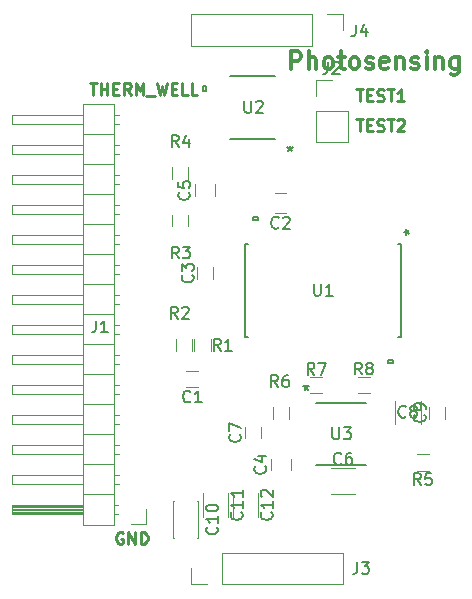
<source format=gto>
%TF.GenerationSoftware,KiCad,Pcbnew,(5.1.6-0-10_14)*%
%TF.CreationDate,2020-09-14T13:46:36+09:00*%
%TF.ProjectId,qPCR-photosensing,71504352-2d70-4686-9f74-6f73656e7369,rev?*%
%TF.SameCoordinates,Original*%
%TF.FileFunction,Legend,Top*%
%TF.FilePolarity,Positive*%
%FSLAX46Y46*%
G04 Gerber Fmt 4.6, Leading zero omitted, Abs format (unit mm)*
G04 Created by KiCad (PCBNEW (5.1.6-0-10_14)) date 2020-09-14 13:46:36*
%MOMM*%
%LPD*%
G01*
G04 APERTURE LIST*
%ADD10C,0.250000*%
%ADD11C,0.300000*%
%ADD12C,0.120000*%
%ADD13C,0.152400*%
%ADD14C,0.150000*%
G04 APERTURE END LIST*
D10*
X105789671Y-69444620D02*
X106361100Y-69444620D01*
X106075385Y-70444620D02*
X106075385Y-69444620D01*
X106694433Y-69920811D02*
X107027766Y-69920811D01*
X107170623Y-70444620D02*
X106694433Y-70444620D01*
X106694433Y-69444620D01*
X107170623Y-69444620D01*
X107551576Y-70397001D02*
X107694433Y-70444620D01*
X107932528Y-70444620D01*
X108027766Y-70397001D01*
X108075385Y-70349382D01*
X108123004Y-70254144D01*
X108123004Y-70158906D01*
X108075385Y-70063668D01*
X108027766Y-70016049D01*
X107932528Y-69968430D01*
X107742052Y-69920811D01*
X107646814Y-69873192D01*
X107599195Y-69825573D01*
X107551576Y-69730335D01*
X107551576Y-69635097D01*
X107599195Y-69539859D01*
X107646814Y-69492240D01*
X107742052Y-69444620D01*
X107980147Y-69444620D01*
X108123004Y-69492240D01*
X108408719Y-69444620D02*
X108980147Y-69444620D01*
X108694433Y-70444620D02*
X108694433Y-69444620D01*
X109837290Y-70444620D02*
X109265861Y-70444620D01*
X109551576Y-70444620D02*
X109551576Y-69444620D01*
X109456338Y-69587478D01*
X109361100Y-69682716D01*
X109265861Y-69730335D01*
X105789671Y-71984620D02*
X106361100Y-71984620D01*
X106075385Y-72984620D02*
X106075385Y-71984620D01*
X106694433Y-72460811D02*
X107027766Y-72460811D01*
X107170623Y-72984620D02*
X106694433Y-72984620D01*
X106694433Y-71984620D01*
X107170623Y-71984620D01*
X107551576Y-72937001D02*
X107694433Y-72984620D01*
X107932528Y-72984620D01*
X108027766Y-72937001D01*
X108075385Y-72889382D01*
X108123004Y-72794144D01*
X108123004Y-72698906D01*
X108075385Y-72603668D01*
X108027766Y-72556049D01*
X107932528Y-72508430D01*
X107742052Y-72460811D01*
X107646814Y-72413192D01*
X107599195Y-72365573D01*
X107551576Y-72270335D01*
X107551576Y-72175097D01*
X107599195Y-72079859D01*
X107646814Y-72032240D01*
X107742052Y-71984620D01*
X107980147Y-71984620D01*
X108123004Y-72032240D01*
X108408719Y-71984620D02*
X108980147Y-71984620D01*
X108694433Y-72984620D02*
X108694433Y-71984620D01*
X109265861Y-72079859D02*
X109313480Y-72032240D01*
X109408719Y-71984620D01*
X109646814Y-71984620D01*
X109742052Y-72032240D01*
X109789671Y-72079859D01*
X109837290Y-72175097D01*
X109837290Y-72270335D01*
X109789671Y-72413192D01*
X109218242Y-72984620D01*
X109837290Y-72984620D01*
X86017195Y-106969940D02*
X85921957Y-106922320D01*
X85779100Y-106922320D01*
X85636242Y-106969940D01*
X85541004Y-107065178D01*
X85493385Y-107160416D01*
X85445766Y-107350892D01*
X85445766Y-107493749D01*
X85493385Y-107684225D01*
X85541004Y-107779463D01*
X85636242Y-107874701D01*
X85779100Y-107922320D01*
X85874338Y-107922320D01*
X86017195Y-107874701D01*
X86064814Y-107827082D01*
X86064814Y-107493749D01*
X85874338Y-107493749D01*
X86493385Y-107922320D02*
X86493385Y-106922320D01*
X87064814Y-107922320D01*
X87064814Y-106922320D01*
X87541004Y-107922320D02*
X87541004Y-106922320D01*
X87779100Y-106922320D01*
X87921957Y-106969940D01*
X88017195Y-107065178D01*
X88064814Y-107160416D01*
X88112433Y-107350892D01*
X88112433Y-107493749D01*
X88064814Y-107684225D01*
X88017195Y-107779463D01*
X87921957Y-107874701D01*
X87779100Y-107922320D01*
X87541004Y-107922320D01*
X83242400Y-68901060D02*
X83813829Y-68901060D01*
X83528115Y-69901060D02*
X83528115Y-68901060D01*
X84147162Y-69901060D02*
X84147162Y-68901060D01*
X84147162Y-69377251D02*
X84718591Y-69377251D01*
X84718591Y-69901060D02*
X84718591Y-68901060D01*
X85194781Y-69377251D02*
X85528115Y-69377251D01*
X85670972Y-69901060D02*
X85194781Y-69901060D01*
X85194781Y-68901060D01*
X85670972Y-68901060D01*
X86670972Y-69901060D02*
X86337639Y-69424870D01*
X86099543Y-69901060D02*
X86099543Y-68901060D01*
X86480496Y-68901060D01*
X86575734Y-68948680D01*
X86623353Y-68996299D01*
X86670972Y-69091537D01*
X86670972Y-69234394D01*
X86623353Y-69329632D01*
X86575734Y-69377251D01*
X86480496Y-69424870D01*
X86099543Y-69424870D01*
X87099543Y-69901060D02*
X87099543Y-68901060D01*
X87432877Y-69615346D01*
X87766210Y-68901060D01*
X87766210Y-69901060D01*
X88004305Y-69996299D02*
X88766210Y-69996299D01*
X88909067Y-68901060D02*
X89147162Y-69901060D01*
X89337639Y-69186775D01*
X89528115Y-69901060D01*
X89766210Y-68901060D01*
X90147162Y-69377251D02*
X90480496Y-69377251D01*
X90623353Y-69901060D02*
X90147162Y-69901060D01*
X90147162Y-68901060D01*
X90623353Y-68901060D01*
X91528115Y-69901060D02*
X91051924Y-69901060D01*
X91051924Y-68901060D01*
X92337639Y-69901060D02*
X91861448Y-69901060D01*
X91861448Y-68901060D01*
D11*
X100240877Y-67726951D02*
X100240877Y-66226951D01*
X100812305Y-66226951D01*
X100955162Y-66298380D01*
X101026591Y-66369808D01*
X101098020Y-66512665D01*
X101098020Y-66726951D01*
X101026591Y-66869808D01*
X100955162Y-66941237D01*
X100812305Y-67012665D01*
X100240877Y-67012665D01*
X101740877Y-67726951D02*
X101740877Y-66226951D01*
X102383734Y-67726951D02*
X102383734Y-66941237D01*
X102312305Y-66798380D01*
X102169448Y-66726951D01*
X101955162Y-66726951D01*
X101812305Y-66798380D01*
X101740877Y-66869808D01*
X103312305Y-67726951D02*
X103169448Y-67655522D01*
X103098020Y-67584094D01*
X103026591Y-67441237D01*
X103026591Y-67012665D01*
X103098020Y-66869808D01*
X103169448Y-66798380D01*
X103312305Y-66726951D01*
X103526591Y-66726951D01*
X103669448Y-66798380D01*
X103740877Y-66869808D01*
X103812305Y-67012665D01*
X103812305Y-67441237D01*
X103740877Y-67584094D01*
X103669448Y-67655522D01*
X103526591Y-67726951D01*
X103312305Y-67726951D01*
X104240877Y-66726951D02*
X104812305Y-66726951D01*
X104455162Y-66226951D02*
X104455162Y-67512665D01*
X104526591Y-67655522D01*
X104669448Y-67726951D01*
X104812305Y-67726951D01*
X105526591Y-67726951D02*
X105383734Y-67655522D01*
X105312305Y-67584094D01*
X105240877Y-67441237D01*
X105240877Y-67012665D01*
X105312305Y-66869808D01*
X105383734Y-66798380D01*
X105526591Y-66726951D01*
X105740877Y-66726951D01*
X105883734Y-66798380D01*
X105955162Y-66869808D01*
X106026591Y-67012665D01*
X106026591Y-67441237D01*
X105955162Y-67584094D01*
X105883734Y-67655522D01*
X105740877Y-67726951D01*
X105526591Y-67726951D01*
X106598020Y-67655522D02*
X106740877Y-67726951D01*
X107026591Y-67726951D01*
X107169448Y-67655522D01*
X107240877Y-67512665D01*
X107240877Y-67441237D01*
X107169448Y-67298380D01*
X107026591Y-67226951D01*
X106812305Y-67226951D01*
X106669448Y-67155522D01*
X106598020Y-67012665D01*
X106598020Y-66941237D01*
X106669448Y-66798380D01*
X106812305Y-66726951D01*
X107026591Y-66726951D01*
X107169448Y-66798380D01*
X108455162Y-67655522D02*
X108312305Y-67726951D01*
X108026591Y-67726951D01*
X107883734Y-67655522D01*
X107812305Y-67512665D01*
X107812305Y-66941237D01*
X107883734Y-66798380D01*
X108026591Y-66726951D01*
X108312305Y-66726951D01*
X108455162Y-66798380D01*
X108526591Y-66941237D01*
X108526591Y-67084094D01*
X107812305Y-67226951D01*
X109169448Y-66726951D02*
X109169448Y-67726951D01*
X109169448Y-66869808D02*
X109240877Y-66798380D01*
X109383734Y-66726951D01*
X109598020Y-66726951D01*
X109740877Y-66798380D01*
X109812305Y-66941237D01*
X109812305Y-67726951D01*
X110455162Y-67655522D02*
X110598020Y-67726951D01*
X110883734Y-67726951D01*
X111026591Y-67655522D01*
X111098020Y-67512665D01*
X111098020Y-67441237D01*
X111026591Y-67298380D01*
X110883734Y-67226951D01*
X110669448Y-67226951D01*
X110526591Y-67155522D01*
X110455162Y-67012665D01*
X110455162Y-66941237D01*
X110526591Y-66798380D01*
X110669448Y-66726951D01*
X110883734Y-66726951D01*
X111026591Y-66798380D01*
X111740877Y-67726951D02*
X111740877Y-66726951D01*
X111740877Y-66226951D02*
X111669448Y-66298380D01*
X111740877Y-66369808D01*
X111812305Y-66298380D01*
X111740877Y-66226951D01*
X111740877Y-66369808D01*
X112455162Y-66726951D02*
X112455162Y-67726951D01*
X112455162Y-66869808D02*
X112526591Y-66798380D01*
X112669448Y-66726951D01*
X112883734Y-66726951D01*
X113026591Y-66798380D01*
X113098020Y-66941237D01*
X113098020Y-67726951D01*
X114455162Y-66726951D02*
X114455162Y-67941237D01*
X114383734Y-68084094D01*
X114312305Y-68155522D01*
X114169448Y-68226951D01*
X113955162Y-68226951D01*
X113812305Y-68155522D01*
X114455162Y-67655522D02*
X114312305Y-67726951D01*
X114026591Y-67726951D01*
X113883734Y-67655522D01*
X113812305Y-67584094D01*
X113740877Y-67441237D01*
X113740877Y-67012665D01*
X113812305Y-66869808D01*
X113883734Y-66798380D01*
X114026591Y-66726951D01*
X114312305Y-66726951D01*
X114455162Y-66798380D01*
D12*
%TO.C,C1*%
X91400000Y-93320000D02*
X92400000Y-93320000D01*
X92400000Y-94680000D02*
X91400000Y-94680000D01*
%TO.C,C8*%
X111233000Y-95821500D02*
X111233000Y-97821500D01*
X109093000Y-97821500D02*
X109093000Y-95821500D01*
%TO.C,J3*%
X91808000Y-111330000D02*
X91808000Y-110000000D01*
X93138000Y-111330000D02*
X91808000Y-111330000D01*
X94408000Y-111330000D02*
X94408000Y-108670000D01*
X94408000Y-108670000D02*
X104628000Y-108670000D01*
X94408000Y-111330000D02*
X104628000Y-111330000D01*
X104628000Y-111330000D02*
X104628000Y-108670000D01*
%TO.C,J4*%
X91808000Y-63110000D02*
X91808000Y-65770000D01*
X102028000Y-63110000D02*
X91808000Y-63110000D01*
X102028000Y-65770000D02*
X91808000Y-65770000D01*
X102028000Y-63110000D02*
X102028000Y-65770000D01*
X103298000Y-63110000D02*
X104628000Y-63110000D01*
X104628000Y-63110000D02*
X104628000Y-64440000D01*
%TO.C,R1*%
X92085600Y-91600000D02*
X92085600Y-90600000D01*
X93445600Y-90600000D02*
X93445600Y-91600000D01*
%TO.C,R2*%
X90510800Y-91600000D02*
X90510800Y-90600000D01*
X91870800Y-90600000D02*
X91870800Y-91600000D01*
%TO.C,R3*%
X91555100Y-80057800D02*
X91555100Y-81057800D01*
X90195100Y-81057800D02*
X90195100Y-80057800D01*
%TO.C,R4*%
X91555100Y-76019200D02*
X91555100Y-77019200D01*
X90195100Y-77019200D02*
X90195100Y-76019200D01*
%TO.C,R5*%
X110900000Y-100364000D02*
X111900000Y-100364000D01*
X111900000Y-101724000D02*
X110900000Y-101724000D01*
%TO.C,R6*%
X98764300Y-97378900D02*
X98764300Y-96378900D01*
X100124300Y-96378900D02*
X100124300Y-97378900D01*
%TO.C,R7*%
X101891000Y-93785900D02*
X102891000Y-93785900D01*
X102891000Y-95145900D02*
X101891000Y-95145900D01*
%TO.C,R8*%
X105922000Y-93785900D02*
X106922000Y-93785900D01*
X106922000Y-95145900D02*
X105922000Y-95145900D01*
D13*
%TO.C,U1*%
X96340600Y-82530700D02*
X96340600Y-90379300D01*
X96340600Y-90379300D02*
X96642860Y-90379300D01*
X109599400Y-90379300D02*
X109599400Y-82530700D01*
X109599400Y-82530700D02*
X109297140Y-82530700D01*
X96642860Y-82530700D02*
X96340600Y-82530700D01*
X109297140Y-90379300D02*
X109599400Y-90379300D01*
X97445500Y-80270100D02*
X97064500Y-80270100D01*
X97064500Y-80270100D02*
X97064500Y-80524100D01*
X97064500Y-80524100D02*
X97445500Y-80524100D01*
X97445500Y-80524100D02*
X97445500Y-80270100D01*
X108875500Y-92639900D02*
X108494500Y-92639900D01*
X108494500Y-92639900D02*
X108494500Y-92385900D01*
X108494500Y-92385900D02*
X108875500Y-92385900D01*
X108875500Y-92385900D02*
X108875500Y-92639900D01*
%TO.C,U2*%
X98941024Y-68320300D02*
X95058976Y-68320300D01*
X95058976Y-73679700D02*
X98941024Y-73679700D01*
X92834400Y-69565499D02*
X92834400Y-69184499D01*
X92834400Y-69184499D02*
X93088400Y-69184499D01*
X93088400Y-69184499D02*
X93088400Y-69565499D01*
X93088400Y-69565499D02*
X92834400Y-69565499D01*
%TO.C,U3*%
X102403100Y-101235000D02*
X106644900Y-101235000D01*
X106644900Y-95977200D02*
X102403100Y-95977200D01*
D12*
%TO.C,C2*%
X98870800Y-79888200D02*
X99870800Y-79888200D01*
X99870800Y-78188200D02*
X98870800Y-78188200D01*
%TO.C,C3*%
X93680000Y-84500000D02*
X93680000Y-85500000D01*
X92320000Y-85500000D02*
X92320000Y-84500000D01*
%TO.C,C4*%
X100294300Y-101705000D02*
X100294300Y-100705000D01*
X98594300Y-100705000D02*
X98594300Y-101705000D01*
%TO.C,C5*%
X92150000Y-77500000D02*
X92150000Y-78500000D01*
X93850000Y-78500000D02*
X93850000Y-77500000D01*
%TO.C,C6*%
X105669000Y-103689000D02*
X103669000Y-103689000D01*
X103669000Y-101549000D02*
X105669000Y-101549000D01*
%TO.C,C7*%
X96320000Y-99000000D02*
X96320000Y-98000000D01*
X97680000Y-98000000D02*
X97680000Y-99000000D01*
%TO.C,C9*%
X113332000Y-96321500D02*
X113332000Y-97321500D01*
X111972000Y-97321500D02*
X111972000Y-96321500D01*
%TO.C,C10*%
X92373000Y-104313000D02*
X92373000Y-107433000D01*
X90253000Y-104313000D02*
X90253000Y-107433000D01*
X92373000Y-104313000D02*
X92309000Y-104313000D01*
X90317000Y-104313000D02*
X90253000Y-104313000D01*
X92373000Y-107433000D02*
X92309000Y-107433000D01*
X90317000Y-107433000D02*
X90253000Y-107433000D01*
%TO.C,C11*%
X94923000Y-103623000D02*
X94923000Y-105623000D01*
X92783000Y-105623000D02*
X92783000Y-103623000D01*
%TO.C,C12*%
X95323000Y-105623000D02*
X95323000Y-103623000D01*
X97463000Y-103623000D02*
X97463000Y-105623000D01*
%TO.C,J1*%
X85290000Y-106330000D02*
X85290000Y-70650000D01*
X85290000Y-70650000D02*
X82630000Y-70650000D01*
X82630000Y-70650000D02*
X82630000Y-106330000D01*
X82630000Y-106330000D02*
X85290000Y-106330000D01*
X82630000Y-105380000D02*
X76630000Y-105380000D01*
X76630000Y-105380000D02*
X76630000Y-104620000D01*
X76630000Y-104620000D02*
X82630000Y-104620000D01*
X82630000Y-105320000D02*
X76630000Y-105320000D01*
X82630000Y-105200000D02*
X76630000Y-105200000D01*
X82630000Y-105080000D02*
X76630000Y-105080000D01*
X82630000Y-104960000D02*
X76630000Y-104960000D01*
X82630000Y-104840000D02*
X76630000Y-104840000D01*
X82630000Y-104720000D02*
X76630000Y-104720000D01*
X85620000Y-105380000D02*
X85290000Y-105380000D01*
X85620000Y-104620000D02*
X85290000Y-104620000D01*
X85290000Y-103730000D02*
X82630000Y-103730000D01*
X82630000Y-102840000D02*
X76630000Y-102840000D01*
X76630000Y-102840000D02*
X76630000Y-102080000D01*
X76630000Y-102080000D02*
X82630000Y-102080000D01*
X85687071Y-102840000D02*
X85290000Y-102840000D01*
X85687071Y-102080000D02*
X85290000Y-102080000D01*
X85290000Y-101190000D02*
X82630000Y-101190000D01*
X82630000Y-100300000D02*
X76630000Y-100300000D01*
X76630000Y-100300000D02*
X76630000Y-99540000D01*
X76630000Y-99540000D02*
X82630000Y-99540000D01*
X85687071Y-100300000D02*
X85290000Y-100300000D01*
X85687071Y-99540000D02*
X85290000Y-99540000D01*
X85290000Y-98650000D02*
X82630000Y-98650000D01*
X82630000Y-97760000D02*
X76630000Y-97760000D01*
X76630000Y-97760000D02*
X76630000Y-97000000D01*
X76630000Y-97000000D02*
X82630000Y-97000000D01*
X85687071Y-97760000D02*
X85290000Y-97760000D01*
X85687071Y-97000000D02*
X85290000Y-97000000D01*
X85290000Y-96110000D02*
X82630000Y-96110000D01*
X82630000Y-95220000D02*
X76630000Y-95220000D01*
X76630000Y-95220000D02*
X76630000Y-94460000D01*
X76630000Y-94460000D02*
X82630000Y-94460000D01*
X85687071Y-95220000D02*
X85290000Y-95220000D01*
X85687071Y-94460000D02*
X85290000Y-94460000D01*
X85290000Y-93570000D02*
X82630000Y-93570000D01*
X82630000Y-92680000D02*
X76630000Y-92680000D01*
X76630000Y-92680000D02*
X76630000Y-91920000D01*
X76630000Y-91920000D02*
X82630000Y-91920000D01*
X85687071Y-92680000D02*
X85290000Y-92680000D01*
X85687071Y-91920000D02*
X85290000Y-91920000D01*
X85290000Y-91030000D02*
X82630000Y-91030000D01*
X82630000Y-90140000D02*
X76630000Y-90140000D01*
X76630000Y-90140000D02*
X76630000Y-89380000D01*
X76630000Y-89380000D02*
X82630000Y-89380000D01*
X85687071Y-90140000D02*
X85290000Y-90140000D01*
X85687071Y-89380000D02*
X85290000Y-89380000D01*
X85290000Y-88490000D02*
X82630000Y-88490000D01*
X82630000Y-87600000D02*
X76630000Y-87600000D01*
X76630000Y-87600000D02*
X76630000Y-86840000D01*
X76630000Y-86840000D02*
X82630000Y-86840000D01*
X85687071Y-87600000D02*
X85290000Y-87600000D01*
X85687071Y-86840000D02*
X85290000Y-86840000D01*
X85290000Y-85950000D02*
X82630000Y-85950000D01*
X82630000Y-85060000D02*
X76630000Y-85060000D01*
X76630000Y-85060000D02*
X76630000Y-84300000D01*
X76630000Y-84300000D02*
X82630000Y-84300000D01*
X85687071Y-85060000D02*
X85290000Y-85060000D01*
X85687071Y-84300000D02*
X85290000Y-84300000D01*
X85290000Y-83410000D02*
X82630000Y-83410000D01*
X82630000Y-82520000D02*
X76630000Y-82520000D01*
X76630000Y-82520000D02*
X76630000Y-81760000D01*
X76630000Y-81760000D02*
X82630000Y-81760000D01*
X85687071Y-82520000D02*
X85290000Y-82520000D01*
X85687071Y-81760000D02*
X85290000Y-81760000D01*
X85290000Y-80870000D02*
X82630000Y-80870000D01*
X82630000Y-79980000D02*
X76630000Y-79980000D01*
X76630000Y-79980000D02*
X76630000Y-79220000D01*
X76630000Y-79220000D02*
X82630000Y-79220000D01*
X85687071Y-79980000D02*
X85290000Y-79980000D01*
X85687071Y-79220000D02*
X85290000Y-79220000D01*
X85290000Y-78330000D02*
X82630000Y-78330000D01*
X82630000Y-77440000D02*
X76630000Y-77440000D01*
X76630000Y-77440000D02*
X76630000Y-76680000D01*
X76630000Y-76680000D02*
X82630000Y-76680000D01*
X85687071Y-77440000D02*
X85290000Y-77440000D01*
X85687071Y-76680000D02*
X85290000Y-76680000D01*
X85290000Y-75790000D02*
X82630000Y-75790000D01*
X82630000Y-74900000D02*
X76630000Y-74900000D01*
X76630000Y-74900000D02*
X76630000Y-74140000D01*
X76630000Y-74140000D02*
X82630000Y-74140000D01*
X85687071Y-74900000D02*
X85290000Y-74900000D01*
X85687071Y-74140000D02*
X85290000Y-74140000D01*
X85290000Y-73250000D02*
X82630000Y-73250000D01*
X82630000Y-72360000D02*
X76630000Y-72360000D01*
X76630000Y-72360000D02*
X76630000Y-71600000D01*
X76630000Y-71600000D02*
X82630000Y-71600000D01*
X85687071Y-72360000D02*
X85290000Y-72360000D01*
X85687071Y-71600000D02*
X85290000Y-71600000D01*
X88000000Y-105000000D02*
X88000000Y-106270000D01*
X88000000Y-106270000D02*
X86730000Y-106270000D01*
%TO.C,J2*%
X102391000Y-73870000D02*
X105051000Y-73870000D01*
X102391000Y-71270000D02*
X102391000Y-73870000D01*
X105051000Y-71270000D02*
X105051000Y-73870000D01*
X102391000Y-71270000D02*
X105051000Y-71270000D01*
X102391000Y-70000000D02*
X102391000Y-68670000D01*
X102391000Y-68670000D02*
X103721000Y-68670000D01*
%TO.C,C1*%
D14*
X91738153Y-95863682D02*
X91690534Y-95911301D01*
X91547677Y-95958920D01*
X91452439Y-95958920D01*
X91309581Y-95911301D01*
X91214343Y-95816063D01*
X91166724Y-95720825D01*
X91119105Y-95530349D01*
X91119105Y-95387492D01*
X91166724Y-95197016D01*
X91214343Y-95101778D01*
X91309581Y-95006540D01*
X91452439Y-94958920D01*
X91547677Y-94958920D01*
X91690534Y-95006540D01*
X91738153Y-95054159D01*
X92690534Y-95958920D02*
X92119105Y-95958920D01*
X92404820Y-95958920D02*
X92404820Y-94958920D01*
X92309581Y-95101778D01*
X92214343Y-95197016D01*
X92119105Y-95244635D01*
%TO.C,C8*%
X109972813Y-97141302D02*
X109925194Y-97188921D01*
X109782337Y-97236540D01*
X109687099Y-97236540D01*
X109544241Y-97188921D01*
X109449003Y-97093683D01*
X109401384Y-96998445D01*
X109353765Y-96807969D01*
X109353765Y-96665112D01*
X109401384Y-96474636D01*
X109449003Y-96379398D01*
X109544241Y-96284160D01*
X109687099Y-96236540D01*
X109782337Y-96236540D01*
X109925194Y-96284160D01*
X109972813Y-96331779D01*
X110544241Y-96665112D02*
X110449003Y-96617493D01*
X110401384Y-96569874D01*
X110353765Y-96474636D01*
X110353765Y-96427017D01*
X110401384Y-96331779D01*
X110449003Y-96284160D01*
X110544241Y-96236540D01*
X110734718Y-96236540D01*
X110829956Y-96284160D01*
X110877575Y-96331779D01*
X110925194Y-96427017D01*
X110925194Y-96474636D01*
X110877575Y-96569874D01*
X110829956Y-96617493D01*
X110734718Y-96665112D01*
X110544241Y-96665112D01*
X110449003Y-96712731D01*
X110401384Y-96760350D01*
X110353765Y-96855588D01*
X110353765Y-97046064D01*
X110401384Y-97141302D01*
X110449003Y-97188921D01*
X110544241Y-97236540D01*
X110734718Y-97236540D01*
X110829956Y-97188921D01*
X110877575Y-97141302D01*
X110925194Y-97046064D01*
X110925194Y-96855588D01*
X110877575Y-96760350D01*
X110829956Y-96712731D01*
X110734718Y-96665112D01*
%TO.C,J3*%
X105864066Y-109457240D02*
X105864066Y-110171526D01*
X105816447Y-110314383D01*
X105721209Y-110409621D01*
X105578352Y-110457240D01*
X105483114Y-110457240D01*
X106245019Y-109457240D02*
X106864066Y-109457240D01*
X106530733Y-109838193D01*
X106673590Y-109838193D01*
X106768828Y-109885812D01*
X106816447Y-109933431D01*
X106864066Y-110028669D01*
X106864066Y-110266764D01*
X106816447Y-110362002D01*
X106768828Y-110409621D01*
X106673590Y-110457240D01*
X106387876Y-110457240D01*
X106292638Y-110409621D01*
X106245019Y-110362002D01*
%TO.C,J4*%
X105742146Y-63958220D02*
X105742146Y-64672506D01*
X105694527Y-64815363D01*
X105599289Y-64910601D01*
X105456432Y-64958220D01*
X105361194Y-64958220D01*
X106646908Y-64291554D02*
X106646908Y-64958220D01*
X106408813Y-63910601D02*
X106170718Y-64624887D01*
X106789765Y-64624887D01*
%TO.C,R1*%
X94293393Y-91572340D02*
X93960060Y-91096150D01*
X93721964Y-91572340D02*
X93721964Y-90572340D01*
X94102917Y-90572340D01*
X94198155Y-90619960D01*
X94245774Y-90667579D01*
X94293393Y-90762817D01*
X94293393Y-90905674D01*
X94245774Y-91000912D01*
X94198155Y-91048531D01*
X94102917Y-91096150D01*
X93721964Y-91096150D01*
X95245774Y-91572340D02*
X94674345Y-91572340D01*
X94960060Y-91572340D02*
X94960060Y-90572340D01*
X94864821Y-90715198D01*
X94769583Y-90810436D01*
X94674345Y-90858055D01*
%TO.C,R2*%
X90661193Y-88854540D02*
X90327860Y-88378350D01*
X90089764Y-88854540D02*
X90089764Y-87854540D01*
X90470717Y-87854540D01*
X90565955Y-87902160D01*
X90613574Y-87949779D01*
X90661193Y-88045017D01*
X90661193Y-88187874D01*
X90613574Y-88283112D01*
X90565955Y-88330731D01*
X90470717Y-88378350D01*
X90089764Y-88378350D01*
X91042145Y-87949779D02*
X91089764Y-87902160D01*
X91185002Y-87854540D01*
X91423098Y-87854540D01*
X91518336Y-87902160D01*
X91565955Y-87949779D01*
X91613574Y-88045017D01*
X91613574Y-88140255D01*
X91565955Y-88283112D01*
X90994526Y-88854540D01*
X91613574Y-88854540D01*
%TO.C,R3*%
X90755173Y-83764380D02*
X90421840Y-83288190D01*
X90183744Y-83764380D02*
X90183744Y-82764380D01*
X90564697Y-82764380D01*
X90659935Y-82812000D01*
X90707554Y-82859619D01*
X90755173Y-82954857D01*
X90755173Y-83097714D01*
X90707554Y-83192952D01*
X90659935Y-83240571D01*
X90564697Y-83288190D01*
X90183744Y-83288190D01*
X91088506Y-82764380D02*
X91707554Y-82764380D01*
X91374220Y-83145333D01*
X91517078Y-83145333D01*
X91612316Y-83192952D01*
X91659935Y-83240571D01*
X91707554Y-83335809D01*
X91707554Y-83573904D01*
X91659935Y-83669142D01*
X91612316Y-83716761D01*
X91517078Y-83764380D01*
X91231363Y-83764380D01*
X91136125Y-83716761D01*
X91088506Y-83669142D01*
%TO.C,R4*%
X90732313Y-74325740D02*
X90398980Y-73849550D01*
X90160884Y-74325740D02*
X90160884Y-73325740D01*
X90541837Y-73325740D01*
X90637075Y-73373360D01*
X90684694Y-73420979D01*
X90732313Y-73516217D01*
X90732313Y-73659074D01*
X90684694Y-73754312D01*
X90637075Y-73801931D01*
X90541837Y-73849550D01*
X90160884Y-73849550D01*
X91589456Y-73659074D02*
X91589456Y-74325740D01*
X91351360Y-73278121D02*
X91113265Y-73992407D01*
X91732313Y-73992407D01*
%TO.C,R5*%
X111233333Y-102946380D02*
X110900000Y-102470190D01*
X110661904Y-102946380D02*
X110661904Y-101946380D01*
X111042857Y-101946380D01*
X111138095Y-101994000D01*
X111185714Y-102041619D01*
X111233333Y-102136857D01*
X111233333Y-102279714D01*
X111185714Y-102374952D01*
X111138095Y-102422571D01*
X111042857Y-102470190D01*
X110661904Y-102470190D01*
X112138095Y-101946380D02*
X111661904Y-101946380D01*
X111614285Y-102422571D01*
X111661904Y-102374952D01*
X111757142Y-102327333D01*
X111995238Y-102327333D01*
X112090476Y-102374952D01*
X112138095Y-102422571D01*
X112185714Y-102517809D01*
X112185714Y-102755904D01*
X112138095Y-102851142D01*
X112090476Y-102898761D01*
X111995238Y-102946380D01*
X111757142Y-102946380D01*
X111661904Y-102898761D01*
X111614285Y-102851142D01*
%TO.C,R6*%
X99144793Y-94645740D02*
X98811460Y-94169550D01*
X98573364Y-94645740D02*
X98573364Y-93645740D01*
X98954317Y-93645740D01*
X99049555Y-93693360D01*
X99097174Y-93740979D01*
X99144793Y-93836217D01*
X99144793Y-93979074D01*
X99097174Y-94074312D01*
X99049555Y-94121931D01*
X98954317Y-94169550D01*
X98573364Y-94169550D01*
X100001936Y-93645740D02*
X99811460Y-93645740D01*
X99716221Y-93693360D01*
X99668602Y-93740979D01*
X99573364Y-93883836D01*
X99525745Y-94074312D01*
X99525745Y-94455264D01*
X99573364Y-94550502D01*
X99620983Y-94598121D01*
X99716221Y-94645740D01*
X99906698Y-94645740D01*
X100001936Y-94598121D01*
X100049555Y-94550502D01*
X100097174Y-94455264D01*
X100097174Y-94217169D01*
X100049555Y-94121931D01*
X100001936Y-94074312D01*
X99906698Y-94026693D01*
X99716221Y-94026693D01*
X99620983Y-94074312D01*
X99573364Y-94121931D01*
X99525745Y-94217169D01*
%TO.C,R7*%
X102233433Y-93604340D02*
X101900100Y-93128150D01*
X101662004Y-93604340D02*
X101662004Y-92604340D01*
X102042957Y-92604340D01*
X102138195Y-92651960D01*
X102185814Y-92699579D01*
X102233433Y-92794817D01*
X102233433Y-92937674D01*
X102185814Y-93032912D01*
X102138195Y-93080531D01*
X102042957Y-93128150D01*
X101662004Y-93128150D01*
X102566766Y-92604340D02*
X103233433Y-92604340D01*
X102804861Y-93604340D01*
%TO.C,R8*%
X106251713Y-93589100D02*
X105918380Y-93112910D01*
X105680284Y-93589100D02*
X105680284Y-92589100D01*
X106061237Y-92589100D01*
X106156475Y-92636720D01*
X106204094Y-92684339D01*
X106251713Y-92779577D01*
X106251713Y-92922434D01*
X106204094Y-93017672D01*
X106156475Y-93065291D01*
X106061237Y-93112910D01*
X105680284Y-93112910D01*
X106823141Y-93017672D02*
X106727903Y-92970053D01*
X106680284Y-92922434D01*
X106632665Y-92827196D01*
X106632665Y-92779577D01*
X106680284Y-92684339D01*
X106727903Y-92636720D01*
X106823141Y-92589100D01*
X107013618Y-92589100D01*
X107108856Y-92636720D01*
X107156475Y-92684339D01*
X107204094Y-92779577D01*
X107204094Y-92827196D01*
X107156475Y-92922434D01*
X107108856Y-92970053D01*
X107013618Y-93017672D01*
X106823141Y-93017672D01*
X106727903Y-93065291D01*
X106680284Y-93112910D01*
X106632665Y-93208148D01*
X106632665Y-93398624D01*
X106680284Y-93493862D01*
X106727903Y-93541481D01*
X106823141Y-93589100D01*
X107013618Y-93589100D01*
X107108856Y-93541481D01*
X107156475Y-93493862D01*
X107204094Y-93398624D01*
X107204094Y-93208148D01*
X107156475Y-93112910D01*
X107108856Y-93065291D01*
X107013618Y-93017672D01*
%TO.C,U1*%
X102199535Y-85913980D02*
X102199535Y-86723504D01*
X102247154Y-86818742D01*
X102294773Y-86866361D01*
X102390011Y-86913980D01*
X102580487Y-86913980D01*
X102675725Y-86866361D01*
X102723344Y-86818742D01*
X102770963Y-86723504D01*
X102770963Y-85913980D01*
X103770963Y-86913980D02*
X103199535Y-86913980D01*
X103485249Y-86913980D02*
X103485249Y-85913980D01*
X103390011Y-86056838D01*
X103294773Y-86152076D01*
X103199535Y-86199695D01*
X109839180Y-81514700D02*
X110077276Y-81514700D01*
X109982038Y-81752795D02*
X110077276Y-81514700D01*
X109982038Y-81276604D01*
X110267752Y-81657557D02*
X110077276Y-81514700D01*
X110267752Y-81371842D01*
X109839180Y-81514700D02*
X110077276Y-81514700D01*
X109982038Y-81752795D02*
X110077276Y-81514700D01*
X109982038Y-81276604D01*
X110267752Y-81657557D02*
X110077276Y-81514700D01*
X110267752Y-81371842D01*
%TO.C,U2*%
X96311815Y-70425060D02*
X96311815Y-71234584D01*
X96359434Y-71329822D01*
X96407053Y-71377441D01*
X96502291Y-71425060D01*
X96692767Y-71425060D01*
X96788005Y-71377441D01*
X96835624Y-71329822D01*
X96883243Y-71234584D01*
X96883243Y-70425060D01*
X97311815Y-70520299D02*
X97359434Y-70472680D01*
X97454672Y-70425060D01*
X97692767Y-70425060D01*
X97788005Y-70472680D01*
X97835624Y-70520299D01*
X97883243Y-70615537D01*
X97883243Y-70710775D01*
X97835624Y-70853632D01*
X97264196Y-71425060D01*
X97883243Y-71425060D01*
X100175000Y-74225981D02*
X100175000Y-74464077D01*
X99936904Y-74368839D02*
X100175000Y-74464077D01*
X100413095Y-74368839D01*
X100032142Y-74654553D02*
X100175000Y-74464077D01*
X100317857Y-74654553D01*
X100175000Y-74225981D02*
X100175000Y-74464077D01*
X99936904Y-74368839D02*
X100175000Y-74464077D01*
X100413095Y-74368839D01*
X100032142Y-74654553D02*
X100175000Y-74464077D01*
X100317857Y-74654553D01*
%TO.C,U3*%
X103762095Y-98058480D02*
X103762095Y-98868004D01*
X103809714Y-98963242D01*
X103857333Y-99010861D01*
X103952571Y-99058480D01*
X104143047Y-99058480D01*
X104238285Y-99010861D01*
X104285904Y-98963242D01*
X104333523Y-98868004D01*
X104333523Y-98058480D01*
X104714476Y-98058480D02*
X105333523Y-98058480D01*
X105000190Y-98439433D01*
X105143047Y-98439433D01*
X105238285Y-98487052D01*
X105285904Y-98534671D01*
X105333523Y-98629909D01*
X105333523Y-98868004D01*
X105285904Y-98963242D01*
X105238285Y-99010861D01*
X105143047Y-99058480D01*
X104857333Y-99058480D01*
X104762095Y-99010861D01*
X104714476Y-98963242D01*
X101545850Y-94451680D02*
X101545850Y-94689776D01*
X101307754Y-94594538D02*
X101545850Y-94689776D01*
X101783945Y-94594538D01*
X101402992Y-94880252D02*
X101545850Y-94689776D01*
X101688707Y-94880252D01*
X101545850Y-94451680D02*
X101545850Y-94689776D01*
X101307754Y-94594538D02*
X101545850Y-94689776D01*
X101783945Y-94594538D01*
X101402992Y-94880252D02*
X101545850Y-94689776D01*
X101688707Y-94880252D01*
%TO.C,C2*%
X99204133Y-81145342D02*
X99156514Y-81192961D01*
X99013657Y-81240580D01*
X98918419Y-81240580D01*
X98775561Y-81192961D01*
X98680323Y-81097723D01*
X98632704Y-81002485D01*
X98585085Y-80812009D01*
X98585085Y-80669152D01*
X98632704Y-80478676D01*
X98680323Y-80383438D01*
X98775561Y-80288200D01*
X98918419Y-80240580D01*
X99013657Y-80240580D01*
X99156514Y-80288200D01*
X99204133Y-80335819D01*
X99585085Y-80335819D02*
X99632704Y-80288200D01*
X99727942Y-80240580D01*
X99966038Y-80240580D01*
X100061276Y-80288200D01*
X100108895Y-80335819D01*
X100156514Y-80431057D01*
X100156514Y-80526295D01*
X100108895Y-80669152D01*
X99537466Y-81240580D01*
X100156514Y-81240580D01*
%TO.C,C3*%
X91907142Y-85166666D02*
X91954761Y-85214285D01*
X92002380Y-85357142D01*
X92002380Y-85452380D01*
X91954761Y-85595238D01*
X91859523Y-85690476D01*
X91764285Y-85738095D01*
X91573809Y-85785714D01*
X91430952Y-85785714D01*
X91240476Y-85738095D01*
X91145238Y-85690476D01*
X91050000Y-85595238D01*
X91002380Y-85452380D01*
X91002380Y-85357142D01*
X91050000Y-85214285D01*
X91097619Y-85166666D01*
X91002380Y-84833333D02*
X91002380Y-84214285D01*
X91383333Y-84547619D01*
X91383333Y-84404761D01*
X91430952Y-84309523D01*
X91478571Y-84261904D01*
X91573809Y-84214285D01*
X91811904Y-84214285D01*
X91907142Y-84261904D01*
X91954761Y-84309523D01*
X92002380Y-84404761D01*
X92002380Y-84690476D01*
X91954761Y-84785714D01*
X91907142Y-84833333D01*
%TO.C,C4*%
X98051442Y-101371666D02*
X98099061Y-101419285D01*
X98146680Y-101562142D01*
X98146680Y-101657380D01*
X98099061Y-101800238D01*
X98003823Y-101895476D01*
X97908585Y-101943095D01*
X97718109Y-101990714D01*
X97575252Y-101990714D01*
X97384776Y-101943095D01*
X97289538Y-101895476D01*
X97194300Y-101800238D01*
X97146680Y-101657380D01*
X97146680Y-101562142D01*
X97194300Y-101419285D01*
X97241919Y-101371666D01*
X97480014Y-100514523D02*
X98146680Y-100514523D01*
X97099061Y-100752619D02*
X97813347Y-100990714D01*
X97813347Y-100371666D01*
%TO.C,C5*%
X91607142Y-78166666D02*
X91654761Y-78214285D01*
X91702380Y-78357142D01*
X91702380Y-78452380D01*
X91654761Y-78595238D01*
X91559523Y-78690476D01*
X91464285Y-78738095D01*
X91273809Y-78785714D01*
X91130952Y-78785714D01*
X90940476Y-78738095D01*
X90845238Y-78690476D01*
X90750000Y-78595238D01*
X90702380Y-78452380D01*
X90702380Y-78357142D01*
X90750000Y-78214285D01*
X90797619Y-78166666D01*
X90702380Y-77261904D02*
X90702380Y-77738095D01*
X91178571Y-77785714D01*
X91130952Y-77738095D01*
X91083333Y-77642857D01*
X91083333Y-77404761D01*
X91130952Y-77309523D01*
X91178571Y-77261904D01*
X91273809Y-77214285D01*
X91511904Y-77214285D01*
X91607142Y-77261904D01*
X91654761Y-77309523D01*
X91702380Y-77404761D01*
X91702380Y-77642857D01*
X91654761Y-77738095D01*
X91607142Y-77785714D01*
%TO.C,C6*%
X104502333Y-101126142D02*
X104454714Y-101173761D01*
X104311857Y-101221380D01*
X104216619Y-101221380D01*
X104073761Y-101173761D01*
X103978523Y-101078523D01*
X103930904Y-100983285D01*
X103883285Y-100792809D01*
X103883285Y-100649952D01*
X103930904Y-100459476D01*
X103978523Y-100364238D01*
X104073761Y-100269000D01*
X104216619Y-100221380D01*
X104311857Y-100221380D01*
X104454714Y-100269000D01*
X104502333Y-100316619D01*
X105359476Y-100221380D02*
X105169000Y-100221380D01*
X105073761Y-100269000D01*
X105026142Y-100316619D01*
X104930904Y-100459476D01*
X104883285Y-100649952D01*
X104883285Y-101030904D01*
X104930904Y-101126142D01*
X104978523Y-101173761D01*
X105073761Y-101221380D01*
X105264238Y-101221380D01*
X105359476Y-101173761D01*
X105407095Y-101126142D01*
X105454714Y-101030904D01*
X105454714Y-100792809D01*
X105407095Y-100697571D01*
X105359476Y-100649952D01*
X105264238Y-100602333D01*
X105073761Y-100602333D01*
X104978523Y-100649952D01*
X104930904Y-100697571D01*
X104883285Y-100792809D01*
%TO.C,C7*%
X95907142Y-98666666D02*
X95954761Y-98714285D01*
X96002380Y-98857142D01*
X96002380Y-98952380D01*
X95954761Y-99095238D01*
X95859523Y-99190476D01*
X95764285Y-99238095D01*
X95573809Y-99285714D01*
X95430952Y-99285714D01*
X95240476Y-99238095D01*
X95145238Y-99190476D01*
X95050000Y-99095238D01*
X95002380Y-98952380D01*
X95002380Y-98857142D01*
X95050000Y-98714285D01*
X95097619Y-98666666D01*
X95002380Y-98333333D02*
X95002380Y-97666666D01*
X96002380Y-98095238D01*
%TO.C,C9*%
X111559142Y-96988166D02*
X111606761Y-97035785D01*
X111654380Y-97178642D01*
X111654380Y-97273880D01*
X111606761Y-97416738D01*
X111511523Y-97511976D01*
X111416285Y-97559595D01*
X111225809Y-97607214D01*
X111082952Y-97607214D01*
X110892476Y-97559595D01*
X110797238Y-97511976D01*
X110702000Y-97416738D01*
X110654380Y-97273880D01*
X110654380Y-97178642D01*
X110702000Y-97035785D01*
X110749619Y-96988166D01*
X111654380Y-96511976D02*
X111654380Y-96321500D01*
X111606761Y-96226261D01*
X111559142Y-96178642D01*
X111416285Y-96083404D01*
X111225809Y-96035785D01*
X110844857Y-96035785D01*
X110749619Y-96083404D01*
X110702000Y-96131023D01*
X110654380Y-96226261D01*
X110654380Y-96416738D01*
X110702000Y-96511976D01*
X110749619Y-96559595D01*
X110844857Y-96607214D01*
X111082952Y-96607214D01*
X111178190Y-96559595D01*
X111225809Y-96511976D01*
X111273428Y-96416738D01*
X111273428Y-96226261D01*
X111225809Y-96131023D01*
X111178190Y-96083404D01*
X111082952Y-96035785D01*
%TO.C,C10*%
X93980142Y-106515857D02*
X94027761Y-106563476D01*
X94075380Y-106706333D01*
X94075380Y-106801571D01*
X94027761Y-106944428D01*
X93932523Y-107039666D01*
X93837285Y-107087285D01*
X93646809Y-107134904D01*
X93503952Y-107134904D01*
X93313476Y-107087285D01*
X93218238Y-107039666D01*
X93123000Y-106944428D01*
X93075380Y-106801571D01*
X93075380Y-106706333D01*
X93123000Y-106563476D01*
X93170619Y-106515857D01*
X94075380Y-105563476D02*
X94075380Y-106134904D01*
X94075380Y-105849190D02*
X93075380Y-105849190D01*
X93218238Y-105944428D01*
X93313476Y-106039666D01*
X93361095Y-106134904D01*
X93075380Y-104944428D02*
X93075380Y-104849190D01*
X93123000Y-104753952D01*
X93170619Y-104706333D01*
X93265857Y-104658714D01*
X93456333Y-104611095D01*
X93694428Y-104611095D01*
X93884904Y-104658714D01*
X93980142Y-104706333D01*
X94027761Y-104753952D01*
X94075380Y-104849190D01*
X94075380Y-104944428D01*
X94027761Y-105039666D01*
X93980142Y-105087285D01*
X93884904Y-105134904D01*
X93694428Y-105182523D01*
X93456333Y-105182523D01*
X93265857Y-105134904D01*
X93170619Y-105087285D01*
X93123000Y-105039666D01*
X93075380Y-104944428D01*
%TO.C,C11*%
X96060142Y-105265857D02*
X96107761Y-105313476D01*
X96155380Y-105456333D01*
X96155380Y-105551571D01*
X96107761Y-105694428D01*
X96012523Y-105789666D01*
X95917285Y-105837285D01*
X95726809Y-105884904D01*
X95583952Y-105884904D01*
X95393476Y-105837285D01*
X95298238Y-105789666D01*
X95203000Y-105694428D01*
X95155380Y-105551571D01*
X95155380Y-105456333D01*
X95203000Y-105313476D01*
X95250619Y-105265857D01*
X96155380Y-104313476D02*
X96155380Y-104884904D01*
X96155380Y-104599190D02*
X95155380Y-104599190D01*
X95298238Y-104694428D01*
X95393476Y-104789666D01*
X95441095Y-104884904D01*
X96155380Y-103361095D02*
X96155380Y-103932523D01*
X96155380Y-103646809D02*
X95155380Y-103646809D01*
X95298238Y-103742047D01*
X95393476Y-103837285D01*
X95441095Y-103932523D01*
%TO.C,C12*%
X98600142Y-105265857D02*
X98647761Y-105313476D01*
X98695380Y-105456333D01*
X98695380Y-105551571D01*
X98647761Y-105694428D01*
X98552523Y-105789666D01*
X98457285Y-105837285D01*
X98266809Y-105884904D01*
X98123952Y-105884904D01*
X97933476Y-105837285D01*
X97838238Y-105789666D01*
X97743000Y-105694428D01*
X97695380Y-105551571D01*
X97695380Y-105456333D01*
X97743000Y-105313476D01*
X97790619Y-105265857D01*
X98695380Y-104313476D02*
X98695380Y-104884904D01*
X98695380Y-104599190D02*
X97695380Y-104599190D01*
X97838238Y-104694428D01*
X97933476Y-104789666D01*
X97981095Y-104884904D01*
X97790619Y-103932523D02*
X97743000Y-103884904D01*
X97695380Y-103789666D01*
X97695380Y-103551571D01*
X97743000Y-103456333D01*
X97790619Y-103408714D01*
X97885857Y-103361095D01*
X97981095Y-103361095D01*
X98123952Y-103408714D01*
X98695380Y-103980142D01*
X98695380Y-103361095D01*
%TO.C,J1*%
X83748286Y-89025480D02*
X83748286Y-89739766D01*
X83700667Y-89882623D01*
X83605429Y-89977861D01*
X83462572Y-90025480D01*
X83367334Y-90025480D01*
X84748286Y-90025480D02*
X84176858Y-90025480D01*
X84462572Y-90025480D02*
X84462572Y-89025480D01*
X84367334Y-89168338D01*
X84272096Y-89263576D01*
X84176858Y-89311195D01*
%TO.C,J2*%
X103387666Y-67122380D02*
X103387666Y-67836666D01*
X103340047Y-67979523D01*
X103244809Y-68074761D01*
X103101952Y-68122380D01*
X103006714Y-68122380D01*
X103816238Y-67217619D02*
X103863857Y-67170000D01*
X103959095Y-67122380D01*
X104197190Y-67122380D01*
X104292428Y-67170000D01*
X104340047Y-67217619D01*
X104387666Y-67312857D01*
X104387666Y-67408095D01*
X104340047Y-67550952D01*
X103768619Y-68122380D01*
X104387666Y-68122380D01*
%TD*%
M02*

</source>
